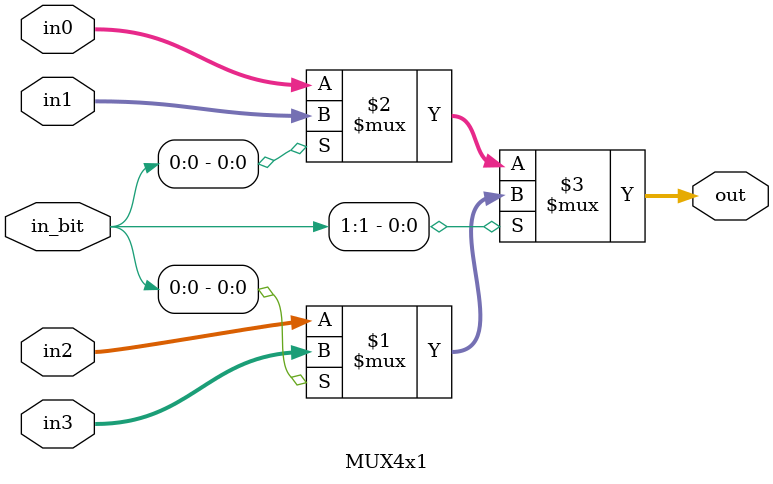
<source format=v>
module MUX4x1(input [1:0] in_bit,
    input [31:0] in3,
    input [31:0] in2,
    input [31:0] in1,
    input [31:0] in0,
    output [31:0] out);

    assign out = in_bit[1] ? (in_bit[0] ? in3 : in2) : (in_bit[0] ? in1 : in0);
endmodule

</source>
